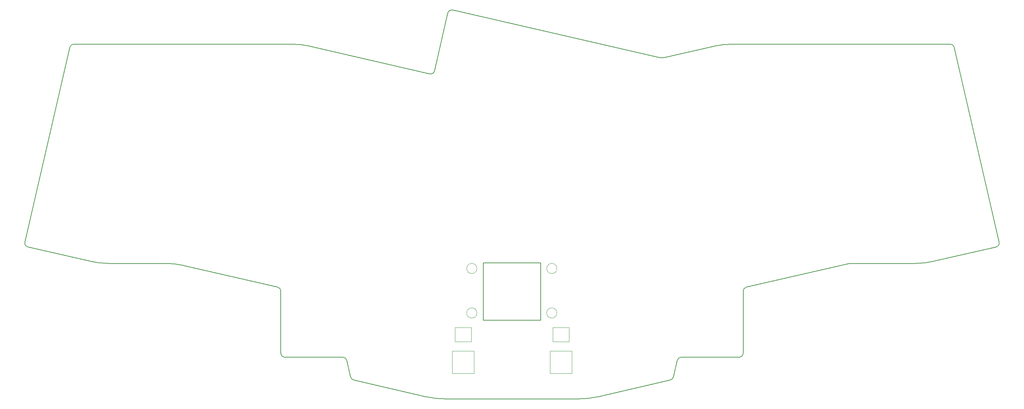
<source format=gm1>
%TF.GenerationSoftware,KiCad,Pcbnew,(7.0.0-0)*%
%TF.CreationDate,2023-05-07T20:22:33+03:00*%
%TF.ProjectId,41_1350_pcb,34315f31-3335-4305-9f70-63622e6b6963,rev?*%
%TF.SameCoordinates,Original*%
%TF.FileFunction,Profile,NP*%
%FSLAX46Y46*%
G04 Gerber Fmt 4.6, Leading zero omitted, Abs format (unit mm)*
G04 Created by KiCad (PCBNEW (7.0.0-0)) date 2023-05-07 20:22:33*
%MOMM*%
%LPD*%
G01*
G04 APERTURE LIST*
%TA.AperFunction,Profile*%
%ADD10C,0.120000*%
%TD*%
%TA.AperFunction,Profile*%
%ADD11C,0.150000*%
%TD*%
%TA.AperFunction,Profile*%
%ADD12C,0.200000*%
%TD*%
G04 APERTURE END LIST*
D10*
%TO.C,J3*%
X140744222Y-111964219D02*
G75*
G03*
X140744222Y-111964219I-1250000J0D01*
G01*
X140764222Y-101064219D02*
G75*
G03*
X140764222Y-101064219I-1250000J0D01*
G01*
X160344222Y-111964219D02*
G75*
G03*
X160344222Y-111964219I-1250000J0D01*
G01*
X160364222Y-101064219D02*
G75*
G03*
X160364222Y-101064219I-1250000J0D01*
G01*
D11*
X142344222Y-99714219D02*
X156344222Y-99714219D01*
X142344222Y-113714219D02*
X142344222Y-99714219D01*
X156344222Y-99714219D02*
X156344222Y-113714219D01*
X156344222Y-113714219D02*
X142344222Y-113714219D01*
D10*
%TO.C,Kailh PG1350*%
X134708222Y-121312687D02*
X134708222Y-126812687D01*
X134708222Y-121312687D02*
X140008222Y-121312687D01*
X134708222Y-126812687D02*
X140008222Y-126812687D01*
X135358222Y-115512687D02*
X135358222Y-119012687D01*
X135358222Y-115512687D02*
X139358222Y-115512687D01*
X135358222Y-119012687D02*
X139358222Y-119012687D01*
X139358222Y-119012687D02*
X139358222Y-115512687D01*
X140008222Y-126812687D02*
X140008222Y-121312687D01*
X158708222Y-121312687D02*
X158708222Y-126812687D01*
X158708222Y-121312687D02*
X164008222Y-121312687D01*
X158708222Y-126812687D02*
X164008222Y-126812687D01*
X159358222Y-115512687D02*
X159358222Y-119012687D01*
X159358222Y-115512687D02*
X163358222Y-115512687D01*
X159358222Y-119012687D02*
X163358222Y-119012687D01*
X163358222Y-119012687D02*
X163358222Y-115512687D01*
X164008222Y-126812687D02*
X164008222Y-121312687D01*
D12*
%TO.C,rev41lp_edgecutPCB*%
X30784126Y-95767092D02*
X46102478Y-99303612D01*
X41051392Y-46849267D02*
X30034707Y-94567771D01*
X50601500Y-99816211D02*
X64517549Y-99816211D01*
X69016570Y-100328809D02*
X91978121Y-105629901D01*
X92677052Y-46074219D02*
X42025762Y-46074219D01*
X92753170Y-106604271D02*
X92753170Y-121814959D01*
X93753170Y-122814959D02*
X107942180Y-122814959D01*
X95398340Y-46074219D02*
X92677052Y-46074219D01*
X108916551Y-123590008D02*
X109854828Y-127654136D01*
X110604247Y-128403555D02*
X128348280Y-132500088D01*
X129174354Y-53345944D02*
X99897361Y-46586817D01*
X132847301Y-133012687D02*
X165869143Y-133012687D01*
X133637715Y-38458416D02*
X130373675Y-52596525D01*
X170368164Y-132500088D02*
X188112197Y-128403555D01*
X185605191Y-49429748D02*
X134837036Y-37708997D01*
X188861616Y-127654136D02*
X189799893Y-123590008D01*
X190774264Y-122814959D02*
X204963274Y-122814959D01*
X198819083Y-46586817D02*
X186504995Y-49429748D01*
X205963274Y-121814959D02*
X205963274Y-106604271D01*
X206738323Y-105629901D02*
X231920183Y-99816211D01*
X231920183Y-99816211D02*
X248114944Y-99816211D01*
X252613966Y-99303612D02*
X267932318Y-95767092D01*
X256690682Y-46074219D02*
X203318104Y-46074219D01*
X268681737Y-94567771D02*
X257665052Y-46849267D01*
X30034708Y-94567771D02*
G75*
G03*
X30784126Y-95767091I974369J-224951D01*
G01*
X42025762Y-46074220D02*
G75*
G03*
X41051392Y-46849268I-3J-999996D01*
G01*
X46102478Y-99303612D02*
G75*
G03*
X50601499Y-99816211I4499022J19487399D01*
G01*
X69016570Y-100328809D02*
G75*
G03*
X64517549Y-99816210I-4499022J-19487399D01*
G01*
X92753169Y-106604271D02*
G75*
G03*
X91978121Y-105629901I-999996J3D01*
G01*
X92753170Y-121814959D02*
G75*
G03*
X93753170Y-122814959I999999J-1D01*
G01*
X99897361Y-46586817D02*
G75*
G03*
X95398340Y-46074218I-4499022J-19487399D01*
G01*
X108916551Y-123590008D02*
G75*
G03*
X107942180Y-122814958I-974371J-224951D01*
G01*
X109854829Y-127654136D02*
G75*
G03*
X110604247Y-128403554I974367J224949D01*
G01*
X129174354Y-53345943D02*
G75*
G03*
X130373674Y-52596525I224951J974369D01*
G01*
X128348280Y-132500088D02*
G75*
G03*
X132847301Y-133012687I4499022J19487399D01*
G01*
X134837036Y-37708998D02*
G75*
G03*
X133637716Y-38458416I-224951J-974369D01*
G01*
X165869143Y-133012679D02*
G75*
G03*
X170368164Y-132500087I79J19999560D01*
G01*
X185605191Y-49429748D02*
G75*
G03*
X186504995Y-49429748I449902J1948734D01*
G01*
X188112207Y-128403597D02*
G75*
G03*
X188861615Y-127654136I-224885J974278D01*
G01*
X190774264Y-122814969D02*
G75*
G03*
X189799894Y-123590008I-42J-999950D01*
G01*
X203318104Y-46074231D02*
G75*
G03*
X198819083Y-46586819I-82J-19999688D01*
G01*
X206738325Y-105629910D02*
G75*
G03*
X205963274Y-106604271I224997J-974409D01*
G01*
X204963274Y-122814871D02*
G75*
G03*
X205963274Y-121814959I-52J1000052D01*
G01*
X248114944Y-99816201D02*
G75*
G03*
X252613965Y-99303612I78J19999682D01*
G01*
X257665014Y-46849276D02*
G75*
G03*
X256690681Y-46074219I-974292J-224843D01*
G01*
X267932308Y-95767048D02*
G75*
G03*
X268681736Y-94567771I-224886J974329D01*
G01*
%TD*%
M02*

</source>
